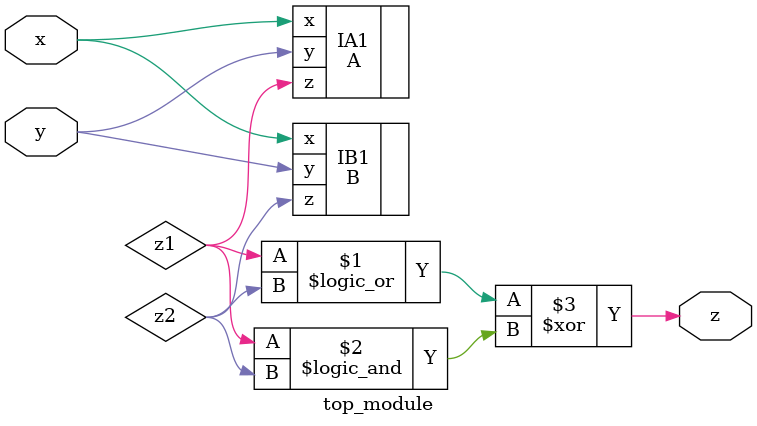
<source format=v>
module top_module (
    input x, 
    input y, 
    output z
);
wire z1, z2;
    A IA1(
        .x(x),
       .y(y),
       .z(z1)
    );
    B IB1(
        .x(x),
       .y(y),
       .z(z2)
    );
    assign z = (z1 || z2)^(z1 && z2);

endmodule
</source>
